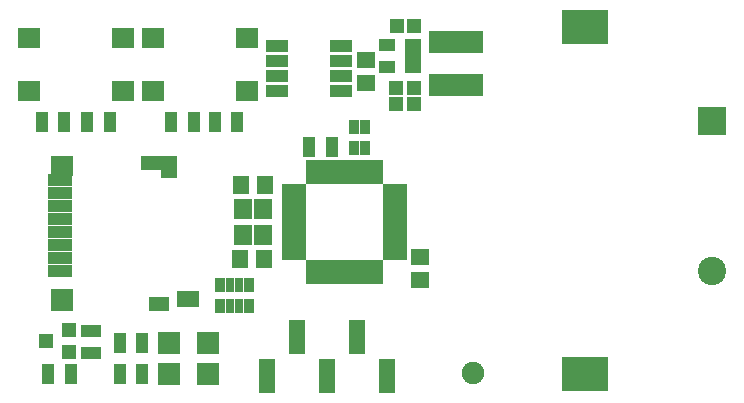
<source format=gts>
G04 #@! TF.FileFunction,Soldermask,Top*
%FSLAX46Y46*%
G04 Gerber Fmt 4.6, Leading zero omitted, Abs format (unit mm)*
G04 Created by KiCad (PCBNEW 4.0.7) date 02/28/18 21:52:48*
%MOMM*%
%LPD*%
G01*
G04 APERTURE LIST*
%ADD10C,0.100000*%
%ADD11R,3.910000X2.940000*%
%ADD12R,1.200000X1.150000*%
%ADD13R,1.400000X1.650000*%
%ADD14R,1.650000X1.400000*%
%ADD15R,1.900000X1.900000*%
%ADD16R,2.150000X1.100000*%
%ADD17R,1.900000X1.700000*%
%ADD18R,1.900000X1.200000*%
%ADD19R,1.400000X1.850000*%
%ADD20R,1.800000X1.200000*%
%ADD21R,1.950000X1.400000*%
%ADD22R,4.600000X1.900000*%
%ADD23R,1.300000X1.200000*%
%ADD24R,1.700000X1.100000*%
%ADD25R,1.100000X1.700000*%
%ADD26R,0.900000X1.200000*%
%ADD27R,0.800000X1.200000*%
%ADD28R,1.950000X1.700000*%
%ADD29R,1.460000X1.050000*%
%ADD30R,2.000000X0.950000*%
%ADD31R,0.950000X2.000000*%
%ADD32R,1.950000X1.000000*%
%ADD33R,2.400000X2.400000*%
%ADD34C,2.400000*%
%ADD35R,1.400000X2.910000*%
%ADD36R,1.600000X1.800000*%
%ADD37C,1.900000*%
G04 APERTURE END LIST*
D10*
D11*
X158343600Y-85091200D03*
X158343600Y-114451200D03*
D12*
X143904400Y-84988400D03*
X142404400Y-84988400D03*
X143853600Y-91643200D03*
X142353600Y-91643200D03*
X143853600Y-90220800D03*
X142353600Y-90220800D03*
D13*
X131238500Y-98488500D03*
X129238500Y-98488500D03*
X129175000Y-104775000D03*
X131175000Y-104775000D03*
D14*
X139801600Y-89849200D03*
X139801600Y-87849200D03*
D15*
X126414800Y-114503200D03*
X123114800Y-114503200D03*
X126414800Y-111861600D03*
X123114800Y-111861600D03*
D16*
X113933000Y-98044000D03*
D17*
X114058000Y-96844000D03*
D18*
X121658000Y-96594000D03*
D19*
X123158000Y-96919000D03*
D20*
X122308000Y-108544000D03*
D16*
X113933000Y-99144000D03*
X113933000Y-100244000D03*
X113933000Y-101344000D03*
X113933000Y-102444000D03*
X113933000Y-103544000D03*
X113933000Y-104644000D03*
X113933000Y-105744000D03*
D15*
X114058000Y-108194000D03*
D21*
X124733000Y-108144000D03*
D22*
X147421600Y-89988800D03*
X147421600Y-86388800D03*
D23*
X114690400Y-112608400D03*
X114690400Y-110708400D03*
X112690400Y-111658400D03*
D24*
X116484400Y-110810000D03*
X116484400Y-112710000D03*
D25*
X112892800Y-114503200D03*
X114792800Y-114503200D03*
X118963400Y-114503200D03*
X120863400Y-114503200D03*
X118963400Y-111861600D03*
X120863400Y-111861600D03*
X135003500Y-95250000D03*
X136903500Y-95250000D03*
X116207500Y-93154500D03*
X118107500Y-93154500D03*
X127002500Y-93154500D03*
X128902500Y-93154500D03*
X112334000Y-93154500D03*
X114234000Y-93154500D03*
X123319500Y-93154500D03*
X125219500Y-93154500D03*
D26*
X129876400Y-106897600D03*
D27*
X128276400Y-106897600D03*
X129076400Y-106897600D03*
D26*
X127476400Y-106897600D03*
D27*
X129076400Y-108697600D03*
D26*
X129876400Y-108697600D03*
D27*
X128276400Y-108697600D03*
D26*
X127476400Y-108697600D03*
X138755500Y-95324500D03*
X139755500Y-95324500D03*
X139755500Y-93524500D03*
X138755500Y-93524500D03*
D28*
X119240200Y-90489600D03*
X111290200Y-90489600D03*
X119240200Y-85989600D03*
X111290200Y-85989600D03*
X129755800Y-90489600D03*
X121805800Y-90489600D03*
X129755800Y-85989600D03*
X121805800Y-85989600D03*
D29*
X143746400Y-88478400D03*
X143746400Y-87528400D03*
X143746400Y-86578400D03*
X141546400Y-86578400D03*
X141546400Y-88478400D03*
D30*
X133735500Y-98800000D03*
X133735500Y-99600000D03*
X133735500Y-100400000D03*
X133735500Y-101200000D03*
X133735500Y-102000000D03*
X133735500Y-102800000D03*
X133735500Y-103600000D03*
X133735500Y-104400000D03*
D31*
X135185500Y-105850000D03*
X135985500Y-105850000D03*
X136785500Y-105850000D03*
X137585500Y-105850000D03*
X138385500Y-105850000D03*
X139185500Y-105850000D03*
X139985500Y-105850000D03*
X140785500Y-105850000D03*
D30*
X142235500Y-104400000D03*
X142235500Y-103600000D03*
X142235500Y-102800000D03*
X142235500Y-102000000D03*
X142235500Y-101200000D03*
X142235500Y-100400000D03*
X142235500Y-99600000D03*
X142235500Y-98800000D03*
D31*
X140785500Y-97350000D03*
X139985500Y-97350000D03*
X139185500Y-97350000D03*
X138385500Y-97350000D03*
X137585500Y-97350000D03*
X136785500Y-97350000D03*
X135985500Y-97350000D03*
X135185500Y-97350000D03*
D32*
X132275600Y-86690200D03*
X132275600Y-87960200D03*
X132275600Y-89230200D03*
X132275600Y-90500200D03*
X137675600Y-90500200D03*
X137675600Y-89230200D03*
X137675600Y-87960200D03*
X137675600Y-86690200D03*
D33*
X169113200Y-93065600D03*
D34*
X169113200Y-105765600D03*
D35*
X131445000Y-114659600D03*
X136525000Y-114659600D03*
X141605000Y-114659600D03*
X133985000Y-111349600D03*
X139065000Y-111349600D03*
D14*
X144399000Y-104537000D03*
X144399000Y-106537000D03*
D36*
X129375800Y-100525400D03*
X129375800Y-102725400D03*
X131075800Y-102725400D03*
X131075800Y-100525400D03*
D37*
X148844000Y-114363500D03*
M02*

</source>
